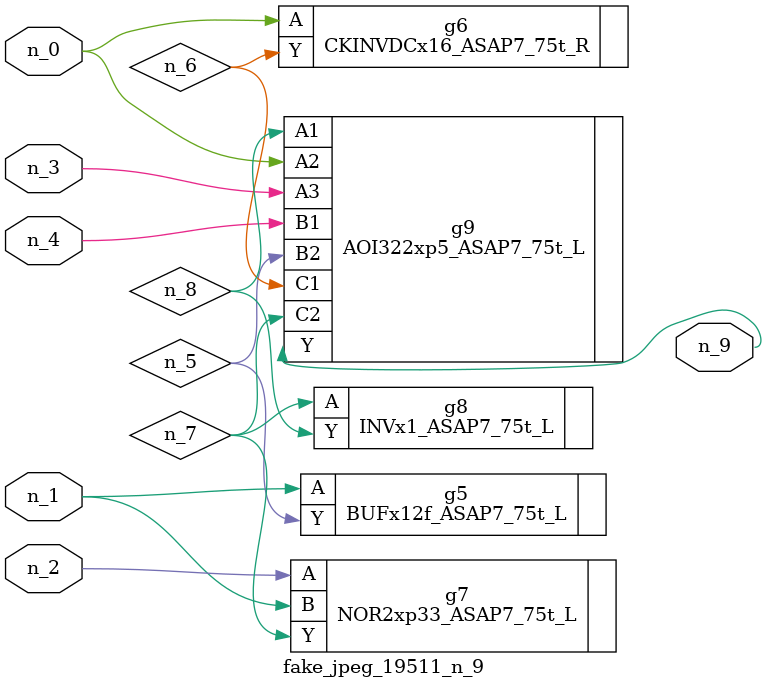
<source format=v>
module fake_jpeg_19511_n_9 (n_3, n_2, n_1, n_0, n_4, n_9);

input n_3;
input n_2;
input n_1;
input n_0;
input n_4;

output n_9;

wire n_8;
wire n_6;
wire n_5;
wire n_7;

BUFx12f_ASAP7_75t_L g5 ( 
.A(n_1),
.Y(n_5)
);

CKINVDCx16_ASAP7_75t_R g6 ( 
.A(n_0),
.Y(n_6)
);

NOR2xp33_ASAP7_75t_L g7 ( 
.A(n_2),
.B(n_1),
.Y(n_7)
);

INVx1_ASAP7_75t_L g8 ( 
.A(n_7),
.Y(n_8)
);

AOI322xp5_ASAP7_75t_L g9 ( 
.A1(n_8),
.A2(n_0),
.A3(n_3),
.B1(n_4),
.B2(n_5),
.C1(n_6),
.C2(n_7),
.Y(n_9)
);


endmodule
</source>
